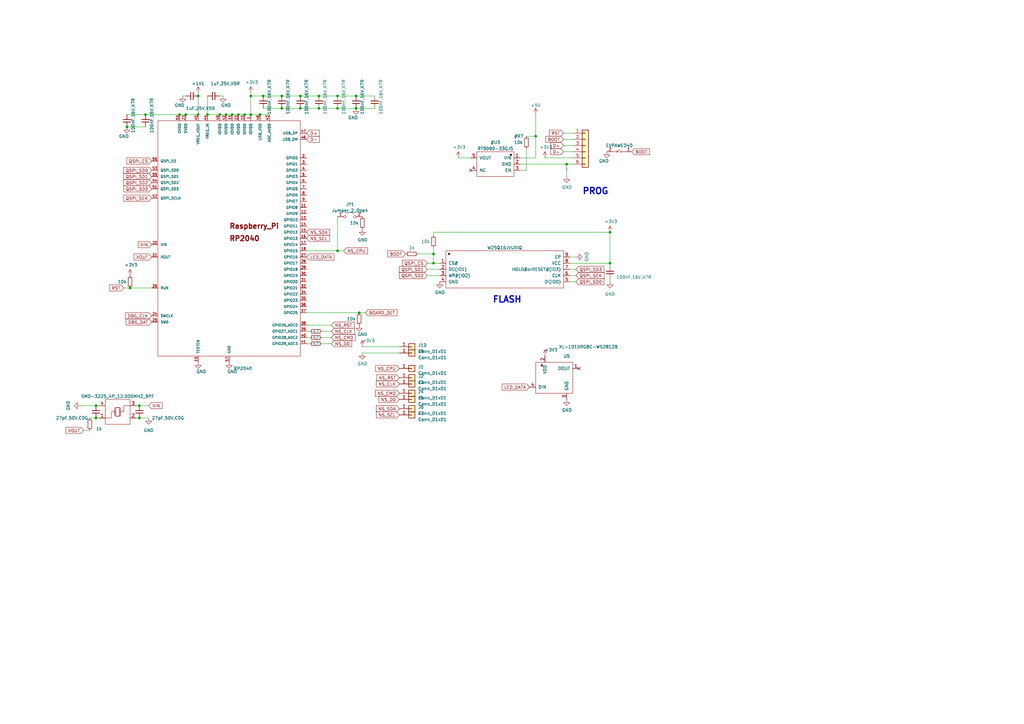
<source format=kicad_sch>
(kicad_sch (version 20230121) (generator eeschema)
  (paper "A3")
  (lib_symbols
    (symbol "Connector_Generic:Conn_01x01" (pin_names (offset 1.016) hide)
      (property "Reference" "J" (at 0 2.54 0))
      (property "Value" "Conn_01x01" (at 0 -2.54 0))
      (symbol "Conn_01x01_1_1"
        (rectangle (start -1.27 0.127) (end 0 -0.127) (stroke (width 0.1524)))
        (rectangle (start -1.27 1.27) (end 1.27 -1.27) (stroke (width 0.254)) (fill (type background)))
        (pin passive line (at -5.08 0 0) (length 3.81) (name "Pin_1") (number "1"))
      )
    )
    (symbol "Connector_Generic:Conn_01x06" (pin_names (offset 1.016) hide)
      (property "Reference" "J" (at 0 7.62 0))
      (property "Value" "Conn_01x06" (at 0 -10.16 0))
      (symbol "Conn_01x06_1_1"
        (rectangle (start -1.27 -7.493) (end 0 -7.747) (stroke (width 0.1524)))
        (rectangle (start -1.27 -4.953) (end 0 -5.207) (stroke (width 0.1524)))
        (rectangle (start -1.27 -2.413) (end 0 -2.667) (stroke (width 0.1524)))
        (rectangle (start -1.27 0.127) (end 0 -0.127) (stroke (width 0.1524)))
        (rectangle (start -1.27 2.667) (end 0 2.413) (stroke (width 0.1524)))
        (rectangle (start -1.27 5.207) (end 0 4.953) (stroke (width 0.1524)))
        (rectangle (start -1.27 6.35) (end 1.27 -8.89) (stroke (width 0.254)) (fill (type background)))
        (pin passive line (at -5.08 5.08 0) (length 3.81) (name "Pin_1") (number "1"))
        (pin passive line (at -5.08 2.54 0) (length 3.81) (name "Pin_2") (number "2"))
        (pin passive line (at -5.08 0 0) (length 3.81) (name "Pin_3") (number "3"))
        (pin passive line (at -5.08 -2.54 0) (length 3.81) (name "Pin_4") (number "4"))
        (pin passive line (at -5.08 -5.08 0) (length 3.81) (name "Pin_5") (number "5"))
        (pin passive line (at -5.08 -7.62 0) (length 3.81) (name "Pin_6") (number "6"))
      )
    )
    (symbol "Jumper:Jumper_2_Open" (pin_names (offset 0) hide)
      (property "Reference" "JP" (at 0 2.794 0))
      (property "Value" "Jumper_2_Open" (at 0 -2.286 0))
      (symbol "Jumper_2_Open_0_0"
        (circle (center -2.032 0) (radius 0.508))
        (circle (center 2.032 0) (radius 0.508))
      )
      (symbol "Jumper_2_Open_0_1"
        (arc (start 1.524 1.27) (mid 0 1.778) (end -1.524 1.27))
      )
      (symbol "Jumper_2_Open_1_1"
        (pin passive line (at -5.08 0 0) (length 2.54) (name "A") (number "1"))
        (pin passive line (at 5.08 0 180) (length 2.54) (name "B") (number "2"))
      )
    )
    (symbol "jlcpcb-basic-capacitor-0402:100nF,16V,X7R "
      (property "Reference" "C" (at 1.71 0.508 0))
      (property "Value" "100nF,16V,X7R " (at 1.71 -1.016 0))
      (symbol "100nF,16V,X7R _0_0"
        (polyline (pts (xy -1.524 -0.508) (xy 1.524 -0.508)) (stroke (width 0.3048)))
        (polyline (pts (xy -1.524 0.508) (xy 1.524 0.508)) (stroke (width 0.3048)))
        (pin passive line (at 0 2.54 270) (length 2.032) (name "~") (number "1"))
        (pin passive line (at 0 -2.54 90) (length 2.032) (name "~") (number "2"))
      )
    )
    (symbol "jlcpcb-basic-capacitor-0402:1uF,25V,X5R "
      (property "Reference" "C" (at 1.71 0.508 0))
      (property "Value" "1uF,25V,X5R " (at 1.71 -1.016 0))
      (symbol "1uF,25V,X5R _0_0"
        (polyline (pts (xy -1.524 -0.508) (xy 1.524 -0.508)) (stroke (width 0.3048)))
        (polyline (pts (xy -1.524 0.508) (xy 1.524 0.508)) (stroke (width 0.3048)))
        (pin passive line (at 0 2.54 270) (length 2.032) (name "~") (number "1"))
        (pin passive line (at 0 -2.54 90) (length 2.032) (name "~") (number "2"))
      )
    )
    (symbol "jlcpcb-basic-capacitor-0402:27pF,50V,C0G "
      (property "Reference" "C" (at 1.71 0.508 0))
      (property "Value" "27pF,50V,C0G " (at 1.71 -1.016 0))
      (symbol "27pF,50V,C0G _0_0"
        (polyline (pts (xy -1.524 -0.508) (xy 1.524 -0.508)) (stroke (width 0.3048)))
        (polyline (pts (xy -1.524 0.508) (xy 1.524 0.508)) (stroke (width 0.3048)))
        (pin passive line (at 0 2.54 270) (length 2.032) (name "~") (number "1"))
        (pin passive line (at 0 -2.54 90) (length 2.032) (name "~") (number "2"))
      )
    )
    (symbol "jlcpcb-basic-resistor-0402:10k"
      (property "Reference" "R" (at 0.762 0.508 0))
      (property "Value" "10k" (at 0.762 -1.016 0))
      (symbol "10k_0_0"
        (rectangle (start -0.762 1.778) (end 0.762 -1.778) (stroke (width 0.2032)))
        (pin passive line (at 0 2.54 270) (length 0.762) (name "~") (number "1"))
        (pin passive line (at 0 -2.54 90) (length 0.762) (name "~") (number "2"))
      )
    )
    (symbol "jlcpcb-basic-resistor-0402:1k"
      (property "Reference" "R" (at 0.762 0.508 0))
      (property "Value" "1k" (at 0.762 -1.016 0))
      (symbol "1k_0_0"
        (rectangle (start -0.762 1.778) (end 0.762 -1.778) (stroke (width 0.2032)))
        (pin passive line (at 0 2.54 270) (length 0.762) (name "~") (number "1"))
        (pin passive line (at 0 -2.54 90) (length 0.762) (name "~") (number "2"))
      )
    )
    (symbol "jlcpcb-basic-resistor-0402:47"
      (property "Reference" "R" (at 0.762 0.508 0))
      (property "Value" "47" (at 0.762 -1.016 0))
      (symbol "47_0_0"
        (rectangle (start -0.762 1.778) (end 0.762 -1.778) (stroke (width 0.2032)))
        (pin passive line (at 0 2.54 270) (length 0.762) (name "~") (number "1"))
        (pin passive line (at 0 -2.54 90) (length 0.762) (name "~") (number "2"))
      )
    )
    (symbol "kicad_lceda:EVPAWED40" (pin_names (offset 1.016) hide)
      (property "Reference" "SW" (at 0 5.207 0))
      (property "Value" "EVPAWED40" (at 0 10.287 0))
      (symbol "EVPAWED40_1_1"
        (circle (center -0.762 0) (radius 0.254) (stroke (width 0.1524)))
        (polyline (pts (xy -2.54 0) (xy -1.016 0)) (stroke (width 0.1524)))
        (polyline (pts (xy -0.508 0.762) (xy 1.016 0.254)) (stroke (width 0.1524)))
        (polyline (pts (xy 2.54 0) (xy 1.016 0) (xy 1.016 0)) (stroke (width 0.1524)))
        (circle (center 0.762 0) (radius 0.254) (stroke (width 0.1524)))
        (pin input line (at -5.08 0 0) (length 2.54) (name "1") (number "1"))
        (pin input line (at 5.08 0 180) (length 2.54) (name "2") (number "2"))
      )
    )
    (symbol "kicad_lceda:RP2040" (pin_names (offset 1.016))
      (property "Reference" "U" (at 0 56.388 0))
      (property "Value" "RP2040" (at 0 61.468 0))
      (symbol "RP2040_1_1"
        (rectangle (start -29.21 50.8) (end 29.21 -45.72) (stroke (width 0.1524)))
        (text "Raspberry_Pi" (at 0 7.62 0) (effects (font (size 2.0828 2.0828) bold) (justify left)))
        (text "RP2040" (at 0 2.54 0) (effects (font (size 2.0828 2.0828) bold) (justify left)))
        (pin bidirectional line (at 8.89 53.34 270) (length 2.54) (name "IOVDD") (number "1"))
        (pin bidirectional line (at 6.35 53.34 270) (length 2.54) (name "IOVDD") (number "10"))
        (pin bidirectional line (at 31.75 15.24 180) (length 2.54) (name "GPIO8") (number "11"))
        (pin bidirectional line (at 31.75 12.7 180) (length 2.54) (name "GPIO9") (number "12"))
        (pin bidirectional line (at 31.75 10.16 180) (length 2.54) (name "GPIO10") (number "13"))
        (pin bidirectional line (at 31.75 7.62 180) (length 2.54) (name "GPIO11") (number "14"))
        (pin bidirectional line (at 31.75 5.08 180) (length 2.54) (name "GPIO12") (number "15"))
        (pin bidirectional line (at 31.75 2.54 180) (length 2.54) (name "GPIO13") (number "16"))
        (pin bidirectional line (at 31.75 0 180) (length 2.54) (name "GPIO14") (number "17"))
        (pin bidirectional line (at 31.75 -2.54 180) (length 2.54) (name "GPIO15") (number "18"))
        (pin input line (at -12.7 -48.26 90) (length 2.54) (name "TESTEN") (number "19"))
        (pin bidirectional line (at 31.75 35.56 180) (length 2.54) (name "GPIO0") (number "2"))
        (pin input line (at -31.75 0 0) (length 2.54) (name "XIN") (number "20"))
        (pin input line (at -31.75 -5.08 0) (length 2.54) (name "XOUT") (number "21"))
        (pin bidirectional line (at 3.81 53.34 270) (length 2.54) (name "IOVDD") (number "22"))
        (pin bidirectional line (at -17.78 53.34 270) (length 2.54) (name "DVDD") (number "23"))
        (pin output line (at -31.75 -29.21 0) (length 2.54) (name "SWCLK") (number "24"))
        (pin bidirectional line (at -31.75 -31.75 0) (length 2.54) (name "SWD") (number "25"))
        (pin input line (at -31.75 -17.78 0) (length 2.54) (name "RUN") (number "26"))
        (pin bidirectional line (at 31.75 -5.08 180) (length 2.54) (name "GPIO16") (number "27"))
        (pin bidirectional line (at 31.75 -7.62 180) (length 2.54) (name "GPIO17") (number "28"))
        (pin bidirectional line (at 31.75 -10.16 180) (length 2.54) (name "GPIO18") (number "29"))
        (pin bidirectional line (at 31.75 33.02 180) (length 2.54) (name "GPIO1") (number "3"))
        (pin bidirectional line (at 31.75 -12.7 180) (length 2.54) (name "GPIO19") (number "30"))
        (pin bidirectional line (at 31.75 -15.24 180) (length 2.54) (name "GPIO20") (number "31"))
        (pin bidirectional line (at 31.75 -17.78 180) (length 2.54) (name "GPIO21") (number "32"))
        (pin bidirectional line (at 1.27 53.34 270) (length 2.54) (name "IOVDD") (number "33"))
        (pin bidirectional line (at 31.75 -20.32 180) (length 2.54) (name "GPIO22") (number "34"))
        (pin bidirectional line (at 31.75 -22.86 180) (length 2.54) (name "GPIO23") (number "35"))
        (pin bidirectional line (at 31.75 -25.4 180) (length 2.54) (name "GPIO24") (number "36"))
        (pin bidirectional line (at 31.75 -27.94 180) (length 2.54) (name "GPIO25") (number "37"))
        (pin bidirectional line (at 31.75 -33.02 180) (length 2.54) (name "GPIO26_ADC0") (number "38"))
        (pin bidirectional line (at 31.75 -35.56 180) (length 2.54) (name "GPIO27_ADC1") (number "39"))
        (pin bidirectional line (at 31.75 30.48 180) (length 2.54) (name "GPIO2") (number "4"))
        (pin bidirectional line (at 31.75 -38.1 180) (length 2.54) (name "GPIO28_ADC2") (number "40"))
        (pin bidirectional line (at 31.75 -40.64 180) (length 2.54) (name "GPIO29_ADC3") (number "41"))
        (pin bidirectional line (at -1.27 53.34 270) (length 2.54) (name "IOVDD") (number "42"))
        (pin bidirectional line (at 16.51 53.34 270) (length 2.54) (name "ADC_AVDD") (number "43"))
        (pin bidirectional line (at -8.89 53.34 270) (length 2.54) (name "VREG_IN") (number "44"))
        (pin bidirectional line (at -12.7 53.34 270) (length 2.54) (name "VREG_VOUT") (number "45"))
        (pin bidirectional line (at 31.75 43.18 180) (length 2.54) (name "USB_DM") (number "46"))
        (pin bidirectional line (at 31.75 45.72 180) (length 2.54) (name "USB_DP") (number "47"))
        (pin bidirectional line (at 12.7 53.34 270) (length 2.54) (name "USB_VDD") (number "48"))
        (pin bidirectional line (at -3.81 53.34 270) (length 2.54) (name "IOVDD") (number "49"))
        (pin bidirectional line (at 31.75 27.94 180) (length 2.54) (name "GPIO3") (number "5"))
        (pin bidirectional line (at -20.32 53.34 270) (length 2.54) (name "DVDD") (number "50"))
        (pin bidirectional line (at -31.75 22.86 0) (length 2.54) (name "QSPI_SD3") (number "51"))
        (pin output line (at -31.75 19.05 0) (length 2.54) (name "QSPI_SCLK") (number "52"))
        (pin bidirectional line (at -31.75 30.48 0) (length 2.54) (name "QSPI_SD0") (number "53"))
        (pin bidirectional line (at -31.75 25.4 0) (length 2.54) (name "QSPI_SD2") (number "54"))
        (pin bidirectional line (at -31.75 27.94 0) (length 2.54) (name "QSPI_SD1") (number "55"))
        (pin bidirectional line (at -31.75 34.29 0) (length 2.54) (name "QSPI_SS") (number "56"))
        (pin bidirectional line (at 0 -48.26 90) (length 2.54) (name "GND") (number "57"))
        (pin bidirectional line (at 31.75 25.4 180) (length 2.54) (name "GPIO4") (number "6"))
        (pin bidirectional line (at 31.75 22.86 180) (length 2.54) (name "GPIO5") (number "7"))
        (pin bidirectional line (at 31.75 20.32 180) (length 2.54) (name "GPIO6") (number "8"))
        (pin bidirectional line (at 31.75 17.78 180) (length 2.54) (name "GPIO7") (number "9"))
      )
    )
    (symbol "kicad_lceda:RT9080-33GJ5" (pin_names (offset 1.016))
      (property "Reference" "U" (at 0 7.6962 0))
      (property "Value" "RT9080-33GJ5" (at 0 12.7762 0))
      (symbol "RT9080-33GJ5_1_1"
        (rectangle (start -7.62 5.08) (end 7.62 -5.08) (stroke (width 0.1524)))
        (circle (center -6.35 3.81) (radius 0.381) (stroke (width 0.1524)) (fill (type outline)))
        (pin input line (at -10.16 2.54 0) (length 2.54) (name "VIN") (number "1"))
        (pin input line (at -10.16 0 0) (length 2.54) (name "GND") (number "2"))
        (pin input line (at -10.16 -2.54 0) (length 2.54) (name "EN") (number "3"))
        (pin input line (at 10.16 -2.54 180) (length 2.54) (name "NC") (number "4"))
        (pin input line (at 10.16 2.54 180) (length 2.54) (name "VOUT") (number "5"))
      )
    )
    (symbol "kicad_lceda:SMD-3225_4P_12.000MHZ_9PF" (pin_names (offset 1.016) hide)
      (property "Reference" "X" (at 0 7.747 0))
      (property "Value" "SMD-3225_4P_12.000MHZ_9PF" (at 0 12.827 0))
      (symbol "SMD-3225_4P_12.000MHZ_9PF_1_1"
        (rectangle (start -5.08 5.08) (end 5.08 -5.08) (stroke (width 0.1524)))
        (polyline (pts (xy -1.27 -1.778) (xy -1.27 1.778)) (stroke (width 0.1524)))
        (polyline (pts (xy -1.27 -1.016) (xy -1.27 1.016)) (stroke (width 0.1524)))
        (polyline (pts (xy 0.762 -1.778) (xy -0.762 -1.778)) (stroke (width 0.1524)))
        (polyline (pts (xy 1.27 -1.778) (xy 1.27 1.778)) (stroke (width 0.1524)))
        (polyline (pts (xy 1.27 -1.016) (xy 1.27 1.016)) (stroke (width 0.1524)))
        (polyline (pts (xy -5.08 -2.54) (xy -2.54 -2.54) (xy -2.54 0) (xy -1.524 0)) (stroke (width 0.1524)))
        (polyline (pts (xy -0.762 -1.778) (xy -0.762 1.778) (xy 0.762 1.778) (xy 0.762 -1.778)) (stroke (width 0.1524)))
        (polyline (pts (xy 5.08 2.54) (xy 2.54 2.54) (xy 2.54 0) (xy 1.524 0)) (stroke (width 0.1524)))
        (polyline (pts (xy 0.762 1.778) (xy 0.762 -1.778) (xy -0.762 -1.778) (xy -0.762 1.778) (xy 0.762 1.778)) (stroke (width 0.1524)))
        (pin input line (at -7.62 -2.54 0) (length 2.54) (name "OSC1") (number "1"))
        (pin input line (at 7.62 -2.54 180) (length 2.54) (name "2") (number "2"))
        (pin input line (at 7.62 2.54 180) (length 2.54) (name "OSC2") (number "3"))
        (pin input line (at -7.62 2.54 0) (length 2.54) (name "4") (number "4"))
      )
    )
    (symbol "kicad_lceda:W25Q16JVUXIQ" (pin_names (offset 1.016))
      (property "Reference" "U" (at 0 11.557 0))
      (property "Value" "W25Q16JVUXIQ" (at 0 16.637 0))
      (symbol "W25Q16JVUXIQ_1_1"
        (rectangle (start -24.13 8.89) (end 24.13 -6.35) (stroke (width 0.1524)))
        (circle (center -22.86 7.62) (radius 0.381) (stroke (width 0.1524)) (fill (type outline)))
        (pin input line (at -26.67 3.81 0) (length 2.54) (name "CS#") (number "1"))
        (pin input line (at -26.67 1.27 0) (length 2.54) (name "DO(IO1)") (number "2"))
        (pin input line (at -26.67 -1.27 0) (length 2.54) (name "WP#(IO2)") (number "3"))
        (pin input line (at -26.67 -3.81 0) (length 2.54) (name "GND") (number "4"))
        (pin input line (at 26.67 -3.81 180) (length 2.54) (name "DI(IO0)") (number "5"))
        (pin input line (at 26.67 -1.27 180) (length 2.54) (name "CLK") (number "6"))
        (pin input line (at 26.67 1.27 180) (length 2.54) (name "HOLD#orRESET#(IO3)") (number "7"))
        (pin input line (at 26.67 3.81 180) (length 2.54) (name "VCC") (number "8"))
        (pin input line (at 26.67 6.35 180) (length 2.54) (name "EP") (number "9"))
      )
    )
    (symbol "kicad_lceda:XL-1010RGBC-WS2812B" (pin_names (offset 1.016))
      (property "Reference" "U" (at 0 11.684 0))
      (property "Value" "XL-1010RGBC-WS2812B" (at 0 16.764 0))
      (symbol "XL-1010RGBC-WS2812B_1_1"
        (rectangle (start -7.62 6.35) (end 7.62 -6.35) (stroke (width 0.1524)))
        (circle (center -5.08 5.08) (radius 0.381) (stroke (width 0.1524)) (fill (type outline)))
        (pin input line (at 10.16 3.81 180) (length 2.54) (name "DOUT") (number "1"))
        (pin input line (at -3.81 8.89 270) (length 2.54) (name "VDD") (number "2"))
        (pin input line (at 5.08 -8.89 90) (length 2.54) (name "GND") (number "3"))
        (pin input line (at -10.16 -3.81 0) (length 2.54) (name "DIN") (number "4"))
      )
    )
    (symbol "power:+1V1" (power) (pin_names (offset 0))
      (property "Value" "+1V1" (at 0 3.556 0))
      (symbol "+1V1_0_1"
        (polyline (pts (xy -0.762 1.27) (xy 0 2.54)))
        (polyline (pts (xy 0 0) (xy 0 2.54)))
        (polyline (pts (xy 0 2.54) (xy 0.762 1.27)))
      )
      (symbol "+1V1_1_1"
        (pin power_in line (at 0 0 90) (length 0) hide (name "+1V1") (number "1"))
      )
    )
    (symbol "power:+3V3" (power) (pin_names (offset 0))
      (property "Value" "+3V3" (at 0 3.556 0))
      (symbol "+3V3_0_1"
        (polyline (pts (xy -0.762 1.27) (xy 0 2.54)))
        (polyline (pts (xy 0 0) (xy 0 2.54)))
        (polyline (pts (xy 0 2.54) (xy 0.762 1.27)))
      )
      (symbol "+3V3_1_1"
        (pin power_in line (at 0 0 90) (length 0) hide (name "+3V3") (number "1"))
      )
    )
    (symbol "power:+5V" (power) (pin_names (offset 0))
      (property "Value" "+5V" (at 0 3.556 0))
      (symbol "+5V_0_1"
        (polyline (pts (xy -0.762 1.27) (xy 0 2.54)))
        (polyline (pts (xy 0 0) (xy 0 2.54)))
        (polyline (pts (xy 0 2.54) (xy 0.762 1.27)))
      )
      (symbol "+5V_1_1"
        (pin power_in line (at 0 0 90) (length 0) hide (name "+5V") (number "1"))
      )
    )
    (symbol "power:GND" (power) (pin_names (offset 0))
      (property "Value" "GND" (at 0 -3.81 0))
      (symbol "GND_0_1"
        (polyline (pts (xy 0 0) (xy 0 -1.27) (xy 1.27 -1.27) (xy 0 -2.54) (xy -1.27 -1.27) (xy 0 -1.27)))
      )
      (symbol "GND_1_1"
        (pin power_in line (at 0 0 270) (length 0) hide (name "GND") (number "1"))
      )
    )
  )
  (junction (at 107.95 39.37))
  (junction (at 130.81 39.37))
  (junction (at 57.15 166.37))
  (junction (at 138.43 44.45))
  (junction (at 147.32 128.27))
  (junction (at 106.68 46.99))
  (junction (at 76.2 46.99))
  (junction (at 59.69 46.99))
  (junction (at 52.07 52.07))
  (junction (at 115.57 39.37))
  (junction (at 123.19 39.37))
  (junction (at 39.37 166.37))
  (junction (at 250.19 107.95))
  (junction (at 102.87 46.99))
  (junction (at 90.17 46.99))
  (junction (at 138.43 102.87))
  (junction (at 81.28 46.99))
  (junction (at 57.15 171.45))
  (junction (at 115.57 44.45))
  (junction (at 81.28 39.37))
  (junction (at 219.71 55.88))
  (junction (at 92.71 46.99))
  (junction (at 138.43 39.37))
  (junction (at 97.79 46.99))
  (junction (at 250.19 95.25))
  (junction (at 73.66 46.99))
  (junction (at 53.34 118.11))
  (junction (at 146.05 44.45))
  (junction (at 177.8 104.14))
  (junction (at 85.09 46.99))
  (junction (at 123.19 44.45))
  (junction (at 177.8 107.95))
  (junction (at 130.81 44.45))
  (junction (at 232.41 67.31))
  (junction (at 39.37 171.45))
  (junction (at 102.87 39.37))
  (junction (at 100.33 46.99))
  (junction (at 95.25 46.99))
  (junction (at 146.05 39.37))
  (no_connect (at 237.49 151.13))
  (no_connect (at 193.04 69.85))
  (wire (pts (xy 85.09 46.99) (xy 90.17 46.99)))
  (wire (pts (xy 148.59 142.24) (xy 163.83 142.24)))
  (wire (pts (xy 234.95 62.23) (xy 231.14 62.23)))
  (wire (pts (xy 107.95 39.37) (xy 115.57 39.37)))
  (wire (pts (xy 102.87 46.99) (xy 106.68 46.99)))
  (wire (pts (xy 135.89 133.35) (xy 125.73 133.35)))
  (wire (pts (xy 60.96 166.37) (xy 57.15 166.37)))
  (wire (pts (xy 102.87 38.1) (xy 102.87 39.37)))
  (wire (pts (xy 59.69 46.99) (xy 73.66 46.99)))
  (wire (pts (xy 91.44 39.37) (xy 90.17 39.37)))
  (wire (pts (xy 50.8 118.11) (xy 53.34 118.11)))
  (wire (pts (xy 73.66 46.99) (xy 76.2 46.99)))
  (wire (pts (xy 97.79 46.99) (xy 100.33 46.99)))
  (wire (pts (xy 171.45 104.14) (xy 177.8 104.14)))
  (wire (pts (xy 177.8 95.25) (xy 250.19 95.25)))
  (wire (pts (xy 130.81 44.45) (xy 138.43 44.45)))
  (wire (pts (xy 223.52 64.77) (xy 234.95 64.77)))
  (wire (pts (xy 90.17 46.99) (xy 92.71 46.99)))
  (wire (pts (xy 146.05 39.37) (xy 153.67 39.37)))
  (wire (pts (xy 52.07 46.99) (xy 59.69 46.99)))
  (wire (pts (xy 81.28 38.1) (xy 81.28 39.37)))
  (wire (pts (xy 57.15 171.45) (xy 55.88 171.45)))
  (wire (pts (xy 85.09 39.37) (xy 85.09 46.99)))
  (wire (pts (xy 125.73 128.27) (xy 147.32 128.27)))
  (wire (pts (xy 39.37 166.37) (xy 40.64 166.37)))
  (polyline (pts (xy 232.41 69.85) (xy 232.41 68.58)))
  (wire (pts (xy 135.89 140.97) (xy 132.08 140.97)))
  (wire (pts (xy 76.2 46.99) (xy 81.28 46.99)))
  (wire (pts (xy 60.96 171.45) (xy 57.15 171.45)))
  (wire (pts (xy 213.36 64.77) (xy 219.71 64.77)))
  (wire (pts (xy 219.71 46.99) (xy 219.71 55.88)))
  (wire (pts (xy 149.86 128.27) (xy 147.32 128.27)))
  (wire (pts (xy 127 140.97) (xy 125.73 140.97)))
  (wire (pts (xy 135.89 135.89) (xy 132.08 135.89)))
  (wire (pts (xy 102.87 39.37) (xy 107.95 39.37)))
  (wire (pts (xy 148.59 144.78) (xy 163.83 144.78)))
  (wire (pts (xy 215.9 60.96) (xy 215.9 69.85)))
  (wire (pts (xy 250.19 95.25) (xy 250.19 107.95)))
  (wire (pts (xy 175.26 107.95) (xy 177.8 107.95)))
  (wire (pts (xy 233.68 107.95) (xy 250.19 107.95)))
  (wire (pts (xy 115.57 44.45) (xy 123.19 44.45)))
  (wire (pts (xy 115.57 39.37) (xy 123.19 39.37)))
  (wire (pts (xy 36.83 171.45) (xy 39.37 171.45)))
  (wire (pts (xy 57.15 166.37) (xy 55.88 166.37)))
  (wire (pts (xy 106.68 46.99) (xy 110.49 46.99)))
  (wire (pts (xy 236.22 105.41) (xy 233.68 105.41)))
  (wire (pts (xy 92.71 46.99) (xy 95.25 46.99)))
  (wire (pts (xy 52.07 52.07) (xy 59.69 52.07)))
  (wire (pts (xy 213.36 67.31) (xy 232.41 67.31)))
  (wire (pts (xy 81.28 39.37) (xy 81.28 46.99)))
  (wire (pts (xy 236.22 110.49) (xy 233.68 110.49)))
  (wire (pts (xy 234.95 57.15) (xy 231.14 57.15)))
  (wire (pts (xy 177.8 104.14) (xy 177.8 107.95)))
  (wire (pts (xy 215.9 69.85) (xy 213.36 69.85)))
  (wire (pts (xy 250.19 109.22) (xy 250.19 107.95)))
  (wire (pts (xy 187.96 64.77) (xy 193.04 64.77)))
  (wire (pts (xy 74.93 39.37) (xy 76.2 39.37)))
  (wire (pts (xy 234.95 59.69) (xy 231.14 59.69)))
  (wire (pts (xy 135.89 138.43) (xy 132.08 138.43)))
  (wire (pts (xy 232.41 72.39) (xy 232.41 67.31)))
  (wire (pts (xy 236.22 115.57) (xy 233.68 115.57)))
  (wire (pts (xy 234.95 54.61) (xy 231.14 54.61)))
  (wire (pts (xy 250.19 114.3) (xy 250.19 115.57)))
  (wire (pts (xy 127 135.89) (xy 125.73 135.89)))
  (wire (pts (xy 123.19 39.37) (xy 130.81 39.37)))
  (wire (pts (xy 39.37 171.45) (xy 40.64 171.45)))
  (wire (pts (xy 215.9 55.88) (xy 219.71 55.88)))
  (wire (pts (xy 138.43 88.9) (xy 138.43 102.87)))
  (wire (pts (xy 175.26 113.03) (xy 180.34 113.03)))
  (wire (pts (xy 33.02 166.37) (xy 39.37 166.37)))
  (wire (pts (xy 175.26 110.49) (xy 180.34 110.49)))
  (wire (pts (xy 146.05 44.45) (xy 153.67 44.45)))
  (wire (pts (xy 123.19 44.45) (xy 130.81 44.45)))
  (wire (pts (xy 53.34 118.11) (xy 62.23 118.11)))
  (wire (pts (xy 138.43 44.45) (xy 146.05 44.45)))
  (wire (pts (xy 95.25 46.99) (xy 97.79 46.99)))
  (wire (pts (xy 130.81 39.37) (xy 138.43 39.37)))
  (wire (pts (xy 236.22 113.03) (xy 233.68 113.03)))
  (wire (pts (xy 138.43 39.37) (xy 146.05 39.37)))
  (wire (pts (xy 177.8 101.6) (xy 177.8 104.14)))
  (wire (pts (xy 219.71 55.88) (xy 219.71 64.77)))
  (wire (pts (xy 177.8 95.25) (xy 177.8 96.52)))
  (wire (pts (xy 234.95 67.31) (xy 232.41 67.31)))
  (wire (pts (xy 138.43 102.87) (xy 125.73 102.87)))
  (wire (pts (xy 107.95 44.45) (xy 115.57 44.45)))
  (wire (pts (xy 177.8 107.95) (xy 180.34 107.95)))
  (wire (pts (xy 100.33 46.99) (xy 102.87 46.99)))
  (wire (pts (xy 102.87 39.37) (xy 102.87 46.99)))
  (wire (pts (xy 127 138.43) (xy 125.73 138.43)))
  (wire (pts (xy 140.97 102.87) (xy 138.43 102.87)))
  (wire (pts (xy 34.29 176.53) (xy 36.83 176.53)))
  (text "PROG" (at 238.76 80.01 0) (effects (font (size 2.54 2.54) (thickness 0.508) bold) (justify left bottom)))
  (text "FLASH" (at 201.93 124.46 0) (effects (font (size 2.54 2.54) (thickness 0.508) bold) (justify left bottom)))
  (global_label "NS_D0" (shape input) (at 163.83 163.83 180) (property "Intersheetrefs" "${INTERSHEET_REFS}" (effects hide)))
  (global_label "NS_CMD" (shape input) (at 163.83 161.29 180) (property "Intersheetrefs" "${INTERSHEET_REFS}" (effects hide)))
  (global_label "NS_CMD" (shape input) (at 135.89 138.43 0) (property "Intersheetrefs" "${INTERSHEET_REFS}" (effects hide)))
  (global_label "DBG_DAT" (shape input) (at 62.23 132.08 180) (property "Intersheetrefs" "${INTERSHEET_REFS}" (effects hide)))
  (global_label "DBG_CLK" (shape input) (at 62.23 129.54 180) (property "Intersheetrefs" "${INTERSHEET_REFS}" (effects hide)))
  (global_label "QSPI_SD0" (shape input) (at 62.23 69.85 180) (property "Intersheetrefs" "${INTERSHEET_REFS}" (effects hide)))
  (global_label "NS_CLK" (shape input) (at 135.89 135.89 0) (property "Intersheetrefs" "${INTERSHEET_REFS}" (effects hide)))
  (global_label "QSPI_CS" (shape input) (at 175.26 107.95 180) (property "Intersheetrefs" "${INTERSHEET_REFS}" (effects hide)))
  (global_label "NS_SCL" (shape input) (at 125.73 97.79 0) (property "Intersheetrefs" "${INTERSHEET_REFS}" (effects hide)))
  (global_label "QSPI_SD2" (shape input) (at 175.26 113.03 180) (property "Intersheetrefs" "${INTERSHEET_REFS}" (effects hide)))
  (global_label "XOUT" (shape input) (at 34.29 176.53 180) (property "Intersheetrefs" "${INTERSHEET_REFS}" (effects hide)))
  (global_label "NS_SDA" (shape input) (at 163.83 167.64 180) (property "Intersheetrefs" "${INTERSHEET_REFS}" (effects hide)))
  (global_label "D+" (shape input) (at 125.73 54.61 0) (property "Intersheetrefs" "${INTERSHEET_REFS}" (effects hide)))
  (global_label "RST" (shape input) (at 50.8 118.11 180) (property "Intersheetrefs" "${INTERSHEET_REFS}" (effects hide)))
  (global_label "NS_CPU" (shape input) (at 163.83 151.13 180) (property "Intersheetrefs" "${INTERSHEET_REFS}" (effects hide)))
  (global_label "QSPI_SD0" (shape input) (at 236.22 115.57 0) (property "Intersheetrefs" "${INTERSHEET_REFS}" (effects hide)))
  (global_label "NS_RST" (shape input) (at 135.89 133.35 0) (property "Intersheetrefs" "${INTERSHEET_REFS}" (effects hide)))
  (global_label "QSPI_SD1" (shape input) (at 62.23 72.39 180) (property "Intersheetrefs" "${INTERSHEET_REFS}" (effects hide)))
  (global_label "QSPI_SD3" (shape input) (at 62.23 77.47 180) (property "Intersheetrefs" "${INTERSHEET_REFS}" (effects hide)))
  (global_label "D-" (shape input) (at 125.73 57.15 0) (property "Intersheetrefs" "${INTERSHEET_REFS}" (effects hide)))
  (global_label "QSPI_SD2" (shape input) (at 62.23 74.93 180) (property "Intersheetrefs" "${INTERSHEET_REFS}" (effects hide)))
  (global_label "QSPI_SCK" (shape input) (at 62.23 81.28 180) (property "Intersheetrefs" "${INTERSHEET_REFS}" (effects hide)))
  (global_label "QSPI_SD3" (shape input) (at 236.22 110.49 0) (property "Intersheetrefs" "${INTERSHEET_REFS}" (effects hide)))
  (global_label "NS_RST" (shape input) (at 163.83 154.94 180) (property "Intersheetrefs" "${INTERSHEET_REFS}" (effects hide)))
  (global_label "QSPI_SD1" (shape input) (at 175.26 110.49 180) (property "Intersheetrefs" "${INTERSHEET_REFS}" (effects hide)))
  (global_label "BOARD_DET" (shape input) (at 149.86 128.27 0) (property "Intersheetrefs" "${INTERSHEET_REFS}" (effects hide)))
  (global_label "LED_DATA" (shape input) (at 217.17 158.75 180) (property "Intersheetrefs" "${INTERSHEET_REFS}" (effects hide)))
  (global_label "NS_SCL" (shape input) (at 163.83 170.18 180) (property "Intersheetrefs" "${INTERSHEET_REFS}" (effects hide)))
  (global_label "BOOT" (shape input) (at 231.14 57.15 180) (property "Intersheetrefs" "${INTERSHEET_REFS}" (effects hide)))
  (global_label "BOOT" (shape input) (at 166.37 104.14 180) (property "Intersheetrefs" "${INTERSHEET_REFS}" (effects hide)))
  (global_label "LED_DATA" (shape input) (at 125.73 105.41 0) (property "Intersheetrefs" "${INTERSHEET_REFS}" (effects hide)))
  (global_label "QSPI_CS" (shape input) (at 62.23 66.04 180) (property "Intersheetrefs" "${INTERSHEET_REFS}" (effects hide)))
  (global_label "RST" (shape input) (at 231.14 54.61 180) (property "Intersheetrefs" "${INTERSHEET_REFS}" (effects hide)))
  (global_label "XIN" (shape input) (at 62.23 100.33 180) (property "Intersheetrefs" "${INTERSHEET_REFS}" (effects hide)))
  (global_label "NS_SDA" (shape input) (at 125.73 95.25 0) (property "Intersheetrefs" "${INTERSHEET_REFS}" (effects hide)))
  (global_label "NS_D0" (shape input) (at 135.89 140.97 0) (property "Intersheetrefs" "${INTERSHEET_REFS}" (effects hide)))
  (global_label "XIN" (shape input) (at 60.96 166.37 0) (property "Intersheetrefs" "${INTERSHEET_REFS}" (effects hide)))
  (global_label "D+" (shape input) (at 231.14 59.69 180) (property "Intersheetrefs" "${INTERSHEET_REFS}" (effects hide)))
  (global_label "D-" (shape input) (at 231.14 62.23 180) (property "Intersheetrefs" "${INTERSHEET_REFS}" (effects hide)))
  (global_label "XOUT" (shape input) (at 62.23 105.41 180) (property "Intersheetrefs" "${INTERSHEET_REFS}" (effects hide)))
  (global_label "QSPI_SCK" (shape input) (at 236.22 113.03 0) (property "Intersheetrefs" "${INTERSHEET_REFS}" (effects hide)))
  (global_label "NS_CPU" (shape input) (at 140.97 102.87 0) (property "Intersheetrefs" "${INTERSHEET_REFS}" (effects hide)))
  (global_label "NS_CLK" (shape input) (at 163.83 157.48 180) (property "Intersheetrefs" "${INTERSHEET_REFS}" (effects hide)))
  (global_label "BOOT" (shape input) (at 259.08 62.23 0) (property "Intersheetrefs" "${INTERSHEET_REFS}" (effects hide)))
  (symbol (lib_id "jlcpcb-basic-resistor-0402:47") (at 129.54 135.89 90) (unit 1)
    (property "Reference" "R9" (effects hide))
    (property "Value" "47" (at 129.54 135.89 90))
    (property "Footprint" "R_0402_1005Metric" (effects hide))
    (property "Datasheet" "https://datasheet.lcsc.com/lcsc/2110252230_UNI-ROYAL-Uniroyal-Elec-0402WGF470JTCE_C25118.pdf" (effects hide))
    (property "LCSC" "C25118" (effects hide))
    (property "MFG" "UNI-ROYAL(Uniroyal Elec)" (effects hide))
    (property "MFGPN" "0402WGF470JTCE" (effects hide))
  )
  (symbol (lib_id "jlcpcb-basic-capacitor-0402:100nF,16V,X7R ") (at 52.07 49.53 0) (unit 1)
    (property "Reference" "C2" (effects hide))
    (property "Value" "100nF,16V,X7R " (at 54.61 54.61 90) (effects (justify left)))
    (property "Footprint" "C_0402_1005Metric" (effects hide))
    (property "Datasheet" "https://datasheet.lcsc.com/lcsc/1810191219_Samsung-Electro-Mechanics-CL05B104KO5NNNC_C1525.pdf" (effects hide))
    (property "LCSC" "C1525" (effects hide))
    (property "MFG" "Samsung Electro-Mechanics" (effects hide))
    (property "MFGPN" "CL05B104KO5NNNC" (effects hide))
  )
  (symbol (lib_id "jlcpcb-basic-capacitor-0402:100nF,16V,X7R ") (at 59.69 49.53 0) (unit 1)
    (property "Reference" "C4" (effects hide))
    (property "Value" "100nF,16V,X7R " (at 62.23 54.61 90) (effects (justify left)))
    (property "Footprint" "C_0402_1005Metric" (effects hide))
    (property "Datasheet" "https://datasheet.lcsc.com/lcsc/1810191219_Samsung-Electro-Mechanics-CL05B104KO5NNNC_C1525.pdf" (effects hide))
    (property "LCSC" "C1525" (effects hide))
    (property "MFG" "Samsung Electro-Mechanics" (effects hide))
    (property "MFGPN" "CL05B104KO5NNNC" (effects hide))
  )
  (symbol (lib_id "kicad_lceda:RP2040") (at 93.98 100.33 0) (unit 1)
    (property "Reference" "U1" (effects hide))
    (property "Value" "RP2040" (at 95.8216 151.13 0) (effects (justify left)))
    (property "Footprint" "kicad_lceda:LQFN-56_L7.0-W7.0-P0.4-EP" (effects hide))
    (property "SuppliersPartNumber" "C2040" (effects hide))
    (property "uuid" "std:c2754a5dac404cb1b757213b56759c67" (effects hide))
    (property "LCSC" "C2040" (effects hide))
  )
  (symbol (lib_id "power:GND") (at 74.93 39.37 0) (unit 1)
    (property "Reference" "#PWR05" (effects hide))
    (property "Value" "GND" (at 73.66 43.18 0))
  )
  (symbol (lib_id "power:+5V") (at 219.71 46.99 0) (unit 1)
    (property "Reference" "#PWR016" (effects hide))
    (property "Value" "+5V" (at 219.71 43.18 0))
  )
  (symbol (lib_id "jlcpcb-basic-resistor-0402:1k") (at 168.91 104.14 90) (unit 1)
    (property "Reference" "R5" (effects hide))
    (property "Value" "1k" (at 168.91 101.6 90))
    (property "Footprint" "R_0402_1005Metric" (effects hide))
    (property "Datasheet" "https://datasheet.lcsc.com/lcsc/2110251730_UNI-ROYAL-Uniroyal-Elec-0402WGF1001TCE_C11702.pdf" (effects hide))
    (property "LCSC" "C11702" (effects hide))
    (property "MFG" "UNI-ROYAL(Uniroyal Elec)" (effects hide))
    (property "MFGPN" "0402WGF1001TCE" (effects hide))
  )
  (symbol (lib_id "kicad_lceda:EVPAWED40") (at 254 62.23 0) (mirror y) (unit 1)
    (property "Reference" "SW1" (effects hide))
    (property "Value" "EVPAWED40" (at 254 59.69 0))
    (property "Footprint" "kicad_lceda:KEY-SMD_L3.0-W2.0-LS3.5" (effects hide))
    (property "SuppliersPartNumber" "C2858607" (effects hide))
    (property "uuid" "std:b3d2281db68646f2b0685a65c68733f5" (effects hide))
    (property "LCSC" "C2858607" (effects hide))
  )
  (symbol (lib_id "power:GND") (at 250.19 115.57 0) (unit 1)
    (property "Reference" "#PWR020" (effects hide))
    (property "Value" "GND" (at 250.19 120.65 0))
  )
  (symbol (lib_id "jlcpcb-basic-resistor-0402:10k") (at 177.8 99.06 0) (unit 1)
    (property "Reference" "R6" (effects hide))
    (property "Value" "10k" (at 172.72 99.06 0) (effects (justify left)))
    (property "Footprint" "R_0402_1005Metric" (effects hide))
    (property "Datasheet" "https://datasheet.lcsc.com/lcsc/2110260030_UNI-ROYAL-Uniroyal-Elec-0402WGF1002TCE_C25744.pdf" (effects hide))
    (property "LCSC" "C25744" (effects hide))
    (property "MFG" "UNI-ROYAL(Uniroyal Elec)" (effects hide))
    (property "MFGPN" "0402WGF1002TCE" (effects hide))
  )
  (symbol (lib_id "Connector_Generic:Conn_01x01") (at 168.91 157.48 0) (unit 1)
    (property "Reference" "J3" (at 171.45 156.845 0) (effects (justify left)))
    (property "Value" "Conn_01x01" (at 171.45 159.385 0) (effects (justify left)))
    (property "Footprint" "kicad_lceda:TH_Pads_1x1_P1.20mml" (effects hide))
  )
  (symbol (lib_id "Connector_Generic:Conn_01x01") (at 168.91 142.24 0) (unit 1)
    (property "Reference" "J10" (at 171.45 141.605 0) (effects (justify left)))
    (property "Value" "Conn_01x01" (at 171.45 144.145 0) (effects (justify left)))
    (property "Footprint" "kicad_lceda:TH_Pads_1x1_P1.20mml" (effects hide))
  )
  (symbol (lib_id "jlcpcb-basic-resistor-0402:10k") (at 53.34 115.57 0) (unit 1)
    (property "Reference" "R2" (effects hide))
    (property "Value" "10k" (at 48.26 115.57 0) (effects (justify left)))
    (property "Footprint" "R_0402_1005Metric" (effects hide))
    (property "Datasheet" "https://datasheet.lcsc.com/lcsc/2110260030_UNI-ROYAL-Uniroyal-Elec-0402WGF1002TCE_C25744.pdf" (effects hide))
    (property "LCSC" "C25744" (effects hide))
    (property "MFG" "UNI-ROYAL(Uniroyal Elec)" (effects hide))
    (property "MFGPN" "0402WGF1002TCE" (effects hide))
  )
  (symbol (lib_id "jlcpcb-basic-resistor-0402:47") (at 129.54 138.43 90) (unit 1)
    (property "Reference" "R10" (effects hide))
    (property "Value" "47" (at 129.54 138.43 90))
    (property "Footprint" "R_0402_1005Metric" (effects hide))
    (property "Datasheet" "https://datasheet.lcsc.com/lcsc/2110252230_UNI-ROYAL-Uniroyal-Elec-0402WGF470JTCE_C25118.pdf" (effects hide))
    (property "LCSC" "C25118" (effects hide))
    (property "MFG" "UNI-ROYAL(Uniroyal Elec)" (effects hide))
    (property "MFGPN" "0402WGF470JTCE" (effects hide))
  )
  (symbol (lib_id "power:+3V3") (at 53.34 113.03 0) (unit 1)
    (property "Reference" "#PWR03" (effects hide))
    (property "Value" "+3V3" (at 53.721 108.6358 0))
  )
  (symbol (lib_id "power:GND") (at 180.34 115.57 0) (unit 1)
    (property "Reference" "#PWR015" (effects hide))
    (property "Value" "GND" (at 180.467 119.9642 0))
  )
  (symbol (lib_id "power:GND") (at 52.07 52.07 0) (unit 1)
    (property "Reference" "#PWR02" (effects hide))
    (property "Value" "GND" (at 50.8 55.88 0))
  )
  (symbol (lib_id "power:+3V3") (at 148.59 142.24 0) (unit 1)
    (property "Reference" "#PWR012" (effects hide))
    (property "Value" "+3V3" (at 151.13 139.7 0))
  )
  (symbol (lib_id "kicad_lceda:W25Q16JVUXIQ") (at 207.01 111.76 0) (unit 1)
    (property "Reference" "U2" (effects hide))
    (property "Value" "W25Q16JVUXIQ" (at 207.01 101.6 0))
    (property "Footprint" "kicad_lceda:USON-8_L3.0-W2.0-P0.50-BL-EP" (effects hide))
    (property "SuppliersPartNumber" "C2843335" (effects hide))
    (property "uuid" "std:66ae94394ed740d3b0137599308f54a6" (effects hide))
    (property "LCSC" "C2843335" (effects hide))
  )
  (symbol (lib_id "jlcpcb-basic-capacitor-0402:100nF,16V,X7R ") (at 138.43 41.91 0) (unit 1)
    (property "Reference" "C11" (effects hide))
    (property "Value" "100nF,16V,X7R " (at 140.97 46.99 90) (effects (justify left)))
    (property "Footprint" "C_0402_1005Metric" (effects hide))
    (property "Datasheet" "https://datasheet.lcsc.com/lcsc/1810191219_Samsung-Electro-Mechanics-CL05B104KO5NNNC_C1525.pdf" (effects hide))
    (property "LCSC" "C1525" (effects hide))
    (property "MFG" "Samsung Electro-Mechanics" (effects hide))
    (property "MFGPN" "CL05B104KO5NNNC" (effects hide))
  )
  (symbol (lib_id "Connector_Generic:Conn_01x01") (at 168.91 151.13 0) (unit 1)
    (property "Reference" "J1" (at 171.45 150.495 0) (effects (justify left)))
    (property "Value" "Conn_01x01" (at 171.45 153.035 0) (effects (justify left)))
    (property "Footprint" "kicad_lceda:TH_Pads_1x1_P1.20mml" (effects hide))
  )
  (symbol (lib_id "jlcpcb-basic-capacitor-0402:100nF,16V,X7R ") (at 115.57 41.91 0) (unit 1)
    (property "Reference" "C8" (effects hide))
    (property "Value" "100nF,16V,X7R " (at 118.11 46.99 90) (effects (justify left)))
    (property "Footprint" "C_0402_1005Metric" (effects hide))
    (property "Datasheet" "https://datasheet.lcsc.com/lcsc/1810191219_Samsung-Electro-Mechanics-CL05B104KO5NNNC_C1525.pdf" (effects hide))
    (property "LCSC" "C1525" (effects hide))
    (property "MFG" "Samsung Electro-Mechanics" (effects hide))
    (property "MFGPN" "CL05B104KO5NNNC" (effects hide))
  )
  (symbol (lib_id "power:GND") (at 147.32 133.35 0) (unit 1)
    (property "Reference" "#PWR025" (effects hide))
    (property "Value" "GND" (at 148.59 137.16 0))
  )
  (symbol (lib_id "power:+3V3") (at 102.87 38.1 0) (unit 1)
    (property "Reference" "#PWR010" (effects hide))
    (property "Value" "+3V3" (at 103.251 33.7058 0))
  )
  (symbol (lib_id "jlcpcb-basic-resistor-0402:10k") (at 148.59 91.44 0) (unit 1)
    (property "Reference" "R12" (effects hide))
    (property "Value" "10k" (at 143.51 91.44 0) (effects (justify left)))
    (property "Footprint" "R_0402_1005Metric" (effects hide))
    (property "Datasheet" "https://datasheet.lcsc.com/lcsc/2110260030_UNI-ROYAL-Uniroyal-Elec-0402WGF1002TCE_C25744.pdf" (effects hide))
    (property "LCSC" "C25744" (effects hide))
    (property "MFG" "UNI-ROYAL(Uniroyal Elec)" (effects hide))
    (property "MFGPN" "0402WGF1002TCE" (effects hide))
  )
  (symbol (lib_id "power:+3V3") (at 250.19 95.25 0) (unit 1)
    (property "Reference" "#PWR019" (effects hide))
    (property "Value" "+3V3" (at 250.571 90.8558 0))
  )
  (symbol (lib_id "power:GND") (at 60.96 171.45 0) (unit 1)
    (property "Reference" "#PWR04" (effects hide))
    (property "Value" "GND" (at 60.96 176.53 0))
  )
  (symbol (lib_id "power:+3V3") (at 187.96 64.77 0) (unit 1)
    (property "Reference" "#PWR021" (effects hide))
    (property "Value" "+3V3" (at 188.341 60.3758 0))
  )
  (symbol (lib_id "power:GND") (at 93.98 148.59 0) (unit 1)
    (property "Reference" "#PWR09" (effects hide))
    (property "Value" "GND" (at 95.25 152.4 0))
  )
  (symbol (lib_id "Jumper:Jumper_2_Open") (at 143.51 88.9 0) (unit 1)
    (property "Reference" "JP1" (at 143.51 83.82 0))
    (property "Value" "Jumper_2_Open" (at 143.51 86.36 0))
    (property "Footprint" "kicad_lceda:SolderJumper-2_P1.3mm_Open_TrianglePad1.0x1.5mm_Sm" (effects hide))
  )
  (symbol (lib_id "jlcpcb-basic-capacitor-0402:100nF,16V,X7R ") (at 107.95 41.91 0) (unit 1)
    (property "Reference" "C7" (effects hide))
    (property "Value" "100nF,16V,X7R " (at 110.49 46.99 90) (effects (justify left)))
    (property "Footprint" "C_0402_1005Metric" (effects hide))
    (property "Datasheet" "https://datasheet.lcsc.com/lcsc/1810191219_Samsung-Electro-Mechanics-CL05B104KO5NNNC_C1525.pdf" (effects hide))
    (property "LCSC" "C1525" (effects hide))
    (property "MFG" "Samsung Electro-Mechanics" (effects hide))
    (property "MFGPN" "CL05B104KO5NNNC" (effects hide))
  )
  (symbol (lib_id "Connector_Generic:Conn_01x06") (at 240.03 59.69 0) (unit 1)
    (property "Reference" "J8" (effects hide))
    (property "Value" "Conn_01x06" (effects hide))
    (property "Footprint" "kicad_lceda:ProgPins_1x06_P1.27mm" (effects hide))
  )
  (symbol (lib_id "power:GND") (at 91.44 39.37 0) (unit 1)
    (property "Reference" "#PWR08" (effects hide))
    (property "Value" "GND" (at 92.71 43.18 0))
  )
  (symbol (lib_id "Connector_Generic:Conn_01x01") (at 168.91 144.78 0) (unit 1)
    (property "Reference" "J9" (at 171.45 144.145 0) (effects (justify left)))
    (property "Value" "Conn_01x01" (at 171.45 146.685 0) (effects (justify left)))
    (property "Footprint" "kicad_lceda:TH_Pads_1x1_P1.20mml" (effects hide))
  )
  (symbol (lib_id "jlcpcb-basic-capacitor-0402:100nF,16V,X7R ") (at 146.05 41.91 0) (unit 1)
    (property "Reference" "C12" (effects hide))
    (property "Value" "100nF,16V,X7R " (at 148.59 46.99 90) (effects (justify left)))
    (property "Footprint" "C_0402_1005Metric" (effects hide))
    (property "Datasheet" "https://datasheet.lcsc.com/lcsc/1810191219_Samsung-Electro-Mechanics-CL05B104KO5NNNC_C1525.pdf" (effects hide))
    (property "LCSC" "C1525" (effects hide))
    (property "MFG" "Samsung Electro-Mechanics" (effects hide))
    (property "MFGPN" "CL05B104KO5NNNC" (effects hide))
  )
  (symbol (lib_id "Connector_Generic:Conn_01x01") (at 168.91 170.18 0) (unit 1)
    (property "Reference" "J7" (at 171.45 169.545 0) (effects (justify left)))
    (property "Value" "Conn_01x01" (at 171.45 172.085 0) (effects (justify left)))
    (property "Footprint" "kicad_lceda:TH_Pads_1x1_P1.20mml" (effects hide))
  )
  (symbol (lib_id "power:GND") (at 81.28 148.59 0) (unit 1)
    (property "Reference" "#PWR07" (effects hide))
    (property "Value" "GND" (at 82.55 152.4 0))
  )
  (symbol (lib_id "power:GND") (at 146.05 44.45 0) (unit 1)
    (property "Reference" "#PWR011" (effects hide))
    (property "Value" "GND" (at 144.78 48.26 0))
  )
  (symbol (lib_id "kicad_lceda:XL-1010RGBC-WS2812B") (at 227.33 154.94 0) (unit 1)
    (property "Reference" "U5" (at 232.41 146.05 0))
    (property "Value" "XL-1010RGBC-WS2812B" (at 241.3 142.24 0))
    (property "Footprint" "kicad_lceda:LED-SMD_4P-L1.0-W1.0-TL_XL-1010RGBC-WS2812B" (effects hide))
    (property "SuppliersPartNumber" "C5349953" (effects hide))
    (property "uuid" "std:b345638697f54fed94b7ee83c7589e6a" (effects hide))
    (property "LCSC" "C5349953" (effects hide))
  )
  (symbol (lib_id "Connector_Generic:Conn_01x01") (at 168.91 161.29 0) (unit 1)
    (property "Reference" "J4" (at 171.45 160.655 0) (effects (justify left)))
    (property "Value" "Conn_01x01" (at 171.45 163.195 0) (effects (justify left)))
    (property "Footprint" "kicad_lceda:TH_Pads_1x1_P1.20mml" (effects hide))
  )
  (symbol (lib_id "Connector_Generic:Conn_01x01") (at 168.91 154.94 0) (unit 1)
    (property "Reference" "J2" (at 171.45 154.305 0) (effects (justify left)))
    (property "Value" "Conn_01x01" (at 171.45 156.845 0) (effects (justify left)))
    (property "Footprint" "kicad_lceda:TH_Pads_1x1_P1.20mml" (effects hide))
  )
  (symbol (lib_id "power:GND") (at 248.92 62.23 0) (unit 1)
    (property "Reference" "#PWR014" (effects hide))
    (property "Value" "GND" (at 247.65 66.04 0))
  )
  (symbol (lib_id "jlcpcb-basic-capacitor-0402:100nF,16V,X7R ") (at 123.19 41.91 0) (unit 1)
    (property "Reference" "C9" (effects hide))
    (property "Value" "100nF,16V,X7R " (at 125.73 46.99 90) (effects (justify left)))
    (property "Footprint" "C_0402_1005Metric" (effects hide))
    (property "Datasheet" "https://datasheet.lcsc.com/lcsc/1810191219_Samsung-Electro-Mechanics-CL05B104KO5NNNC_C1525.pdf" (effects hide))
    (property "LCSC" "C1525" (effects hide))
    (property "MFG" "Samsung Electro-Mechanics" (effects hide))
    (property "MFGPN" "CL05B104KO5NNNC" (effects hide))
  )
  (symbol (lib_id "jlcpcb-basic-capacitor-0402:100nF,16V,X7R ") (at 250.19 111.76 0) (unit 1)
    (property "Reference" "C14" (effects hide))
    (property "Value" "100nF,16V,X7R " (at 252.73 113.665 0) (effects (justify left)))
    (property "Footprint" "C_0402_1005Metric" (effects hide))
    (property "Datasheet" "https://datasheet.lcsc.com/lcsc/1810191219_Samsung-Electro-Mechanics-CL05B104KO5NNNC_C1525.pdf" (effects hide))
    (property "LCSC" "C1525" (effects hide))
    (property "MFG" "Samsung Electro-Mechanics" (effects hide))
    (property "MFGPN" "CL05B104KO5NNNC" (effects hide))
  )
  (symbol (lib_id "jlcpcb-basic-capacitor-0402:27pF,50V,C0G ") (at 39.37 168.91 0) (unit 1)
    (property "Reference" "C1" (effects hide))
    (property "Value" "27pF,50V,C0G " (at 22.86 171.45 0) (effects (justify left)))
    (property "Footprint" "C_0402_1005Metric" (effects hide))
    (property "Datasheet" "https://datasheet.lcsc.com/lcsc/1811141710_FH-Guangdong-Fenghua-Advanced-Tech-0402CG270J500NT_C1557.pdf" (effects hide))
    (property "LCSC" "C1557" (effects hide))
    (property "MFG" "FH(Guangdong Fenghua Advanced Tech)" (effects hide))
    (property "MFGPN" "0402CG270J500NT" (effects hide))
  )
  (symbol (lib_id "power:GND") (at 232.41 72.39 0) (unit 1)
    (property "Reference" "#PWR017" (effects hide))
    (property "Value" "GND" (at 232.537 76.7842 0))
  )
  (symbol (lib_id "jlcpcb-basic-capacitor-0402:100nF,16V,X7R ") (at 153.67 41.91 0) (unit 1)
    (property "Reference" "C13" (effects hide))
    (property "Value" "100nF,16V,X7R " (at 156.21 46.99 90) (effects (justify left)))
    (property "Footprint" "C_0402_1005Metric" (effects hide))
    (property "Datasheet" "https://datasheet.lcsc.com/lcsc/1810191219_Samsung-Electro-Mechanics-CL05B104KO5NNNC_C1525.pdf" (effects hide))
    (property "LCSC" "C1525" (effects hide))
    (property "MFG" "Samsung Electro-Mechanics" (effects hide))
    (property "MFGPN" "CL05B104KO5NNNC" (effects hide))
  )
  (symbol (lib_id "power:GND") (at 148.59 144.78 0) (unit 1)
    (property "Reference" "#PWR013" (effects hide))
    (property "Value" "GND" (at 148.717 149.1742 0))
  )
  (symbol (lib_id "kicad_lceda:SMD-3225_4P_12.000MHZ_9PF") (at 48.26 168.91 0) (unit 1)
    (property "Reference" "X1" (effects hide))
    (property "Value" "SMD-3225_4P_12.000MHZ_9PF" (at 48.26 162.56 0))
    (property "Footprint" "kicad_lceda:OSC-SMD_4P-L3.2-W2.5-BL" (effects hide))
    (property "Datasheet" "http://www.szlcsc.com/product/details_337108.html" (effects hide))
    (property "SuppliersPartNumber" "C362368" (effects hide))
    (property "uuid" "std:de6bf95d1c734ee9b9ab1b97c5f93dbc" (effects hide))
    (property "LCSC" "C362368" (effects hide))
  )
  (symbol (lib_id "jlcpcb-basic-resistor-0402:1k") (at 36.83 173.99 0) (unit 1)
    (property "Reference" "R1" (effects hide))
    (property "Value" "1k" (at 39.37 175.895 0) (effects (justify left)))
    (property "Footprint" "R_0402_1005Metric" (effects hide))
    (property "Datasheet" "https://datasheet.lcsc.com/lcsc/2110251730_UNI-ROYAL-Uniroyal-Elec-0402WGF1001TCE_C11702.pdf" (effects hide))
    (property "LCSC" "C11702" (effects hide))
    (property "MFG" "UNI-ROYAL(Uniroyal Elec)" (effects hide))
    (property "MFGPN" "0402WGF1001TCE" (effects hide))
  )
  (symbol (lib_id "power:GND") (at 148.59 93.98 0) (unit 1)
    (property "Reference" "#PWR030" (effects hide))
    (property "Value" "GND" (at 148.717 98.3742 0))
  )
  (symbol (lib_id "Connector_Generic:Conn_01x01") (at 168.91 163.83 0) (unit 1)
    (property "Reference" "J5" (at 171.45 163.195 0) (effects (justify left)))
    (property "Value" "Conn_01x01" (at 171.45 165.735 0) (effects (justify left)))
    (property "Footprint" "kicad_lceda:TH_Pads_1x1_P1.20mml" (effects hide))
  )
  (symbol (lib_id "power:GND") (at 236.22 105.41 90) (unit 1)
    (property "Reference" "#PWR018" (effects hide))
    (property "Value" "GND" (at 240.6142 105.283 0))
  )
  (symbol (lib_id "jlcpcb-basic-capacitor-0402:27pF,50V,C0G ") (at 57.15 168.91 0) (unit 1)
    (property "Reference" "C3" (effects hide))
    (property "Value" "27pF,50V,C0G " (at 62.23 171.45 0) (effects (justify left)))
    (property "Footprint" "C_0402_1005Metric" (effects hide))
    (property "Datasheet" "https://datasheet.lcsc.com/lcsc/1811141710_FH-Guangdong-Fenghua-Advanced-Tech-0402CG270J500NT_C1557.pdf" (effects hide))
    (property "LCSC" "C1557" (effects hide))
    (property "MFG" "FH(Guangdong Fenghua Advanced Tech)" (effects hide))
    (property "MFGPN" "0402CG270J500NT" (effects hide))
  )
  (symbol (lib_id "power:+3V3") (at 223.52 64.77 0) (unit 1)
    (property "Reference" "#PWR024" (effects hide))
    (property "Value" "+3V3" (at 223.901 60.3758 0))
  )
  (symbol (lib_id "kicad_lceda:RT9080-33GJ5") (at 203.2 67.31 0) (mirror y) (unit 1)
    (property "Reference" "#U3" (at 203.2 58.42 0))
    (property "Value" "RT9080-33GJ5" (at 203.2 60.96 0))
    (property "Footprint" "kicad_lceda:TSOT-23-5_L2.9-W1.6-P0.95-LS2.8-BL" (effects hide))
    (property "Datasheet" "http://www.szlcsc.com/product/details_897967.html" (effects hide))
    (property "SuppliersPartNumber" "C841192" (effects hide))
    (property "uuid" "std:9938d187a217410b9da3aa34461b4a4d" (effects hide))
  )
  (symbol (lib_id "power:GND") (at 232.41 163.83 0) (unit 1)
    (property "Reference" "#PWR022" (effects hide))
    (property "Value" "GND" (at 232.537 168.2242 0))
  )
  (symbol (lib_id "power:GND") (at 33.02 166.37 270) (unit 1)
    (property "Reference" "#PWR01" (effects hide))
    (property "Value" "GND" (at 27.94 166.37 0))
  )
  (symbol (lib_id "jlcpcb-basic-capacitor-0402:100nF,16V,X7R ") (at 130.81 41.91 0) (unit 1)
    (property "Reference" "C10" (effects hide))
    (property "Value" "100nF,16V,X7R " (at 133.35 46.99 90) (effects (justify left)))
    (property "Footprint" "C_0402_1005Metric" (effects hide))
    (property "Datasheet" "https://datasheet.lcsc.com/lcsc/1810191219_Samsung-Electro-Mechanics-CL05B104KO5NNNC_C1525.pdf" (effects hide))
    (property "LCSC" "C1525" (effects hide))
    (property "MFG" "Samsung Electro-Mechanics" (effects hide))
    (property "MFGPN" "CL05B104KO5NNNC" (effects hide))
  )
  (symbol (lib_id "jlcpcb-basic-capacitor-0402:1uF,25V,X5R ") (at 78.74 39.37 270) (unit 1)
    (property "Reference" "C5" (effects hide))
    (property "Value" "1uF,25V,X5R " (at 76.2 44.45 90) (effects (justify left)))
    (property "Footprint" "C_0402_1005Metric" (effects hide))
    (property "Datasheet" "https://datasheet.lcsc.com/lcsc/1811091611_Samsung-Electro-Mechanics-CL05A105KA5NQNC_C52923.pdf" (effects hide))
    (property "LCSC" "C52923" (effects hide))
    (property "MFG" "Samsung Electro-Mechanics" (effects hide))
    (property "MFGPN" "CL05A105KA5NQNC" (effects hide))
  )
  (symbol (lib_id "jlcpcb-basic-resistor-0402:10k") (at 147.32 130.81 0) (unit 1)
    (property "Reference" "R3" (effects hide))
    (property "Value" "10k" (at 142.24 130.81 0) (effects (justify left)))
    (property "Footprint" "R_0402_1005Metric" (effects hide))
    (property "Datasheet" "https://datasheet.lcsc.com/lcsc/2110260030_UNI-ROYAL-Uniroyal-Elec-0402WGF1002TCE_C25744.pdf" (effects hide))
    (property "LCSC" "C25744" (effects hide))
    (property "MFG" "UNI-ROYAL(Uniroyal Elec)" (effects hide))
    (property "MFGPN" "0402WGF1002TCE" (effects hide))
  )
  (symbol (lib_id "Connector_Generic:Conn_01x01") (at 168.91 167.64 0) (unit 1)
    (property "Reference" "J6" (at 171.45 167.005 0) (effects (justify left)))
    (property "Value" "Conn_01x01" (at 171.45 169.545 0) (effects (justify left)))
    (property "Footprint" "kicad_lceda:TH_Pads_1x1_P1.20mml" (effects hide))
  )
  (symbol (lib_id "jlcpcb-basic-capacitor-0402:1uF,25V,X5R ") (at 87.63 39.37 270) (unit 1)
    (property "Reference" "C6" (effects hide))
    (property "Value" "1uF,25V,X5R " (at 86.36 34.29 90) (effects (justify left)))
    (property "Footprint" "C_0402_1005Metric" (effects hide))
    (property "Datasheet" "https://datasheet.lcsc.com/lcsc/1811091611_Samsung-Electro-Mechanics-CL05A105KA5NQNC_C52923.pdf" (effects hide))
    (property "LCSC" "C52923" (effects hide))
    (property "MFG" "Samsung Electro-Mechanics" (effects hide))
    (property "MFGPN" "CL05A105KA5NQNC" (effects hide))
  )
  (symbol (lib_id "jlcpcb-basic-resistor-0402:10k") (at 215.9 58.42 0) (unit 1)
    (property "Reference" "#R7" (at 210.82 55.88 0) (effects (justify left)))
    (property "Value" "10k" (at 210.82 58.42 0) (effects (justify left)))
    (property "Footprint" "R_0402_1005Metric" (effects hide))
    (property "Datasheet" "https://datasheet.lcsc.com/lcsc/2110260030_UNI-ROYAL-Uniroyal-Elec-0402WGF1002TCE_C25744.pdf" (effects hide))
    (property "LCSC" "C25744" (effects hide))
    (property "MFG" "UNI-ROYAL(Uniroyal Elec)" (effects hide))
    (property "MFGPN" "0402WGF1002TCE" (effects hide))
  )
  (symbol (lib_id "power:+1V1") (at 81.28 38.1 0) (unit 1)
    (property "Reference" "#PWR06" (effects hide))
    (property "Value" "+1V1" (at 81.28 34.29 0))
  )
  (symbol (lib_id "jlcpcb-basic-resistor-0402:47") (at 129.54 140.97 90) (unit 1)
    (property "Reference" "R11" (effects hide))
    (property "Value" "47" (at 129.54 140.97 90))
    (property "Footprint" "R_0402_1005Metric" (effects hide))
    (property "Datasheet" "https://datasheet.lcsc.com/lcsc/2110252230_UNI-ROYAL-Uniroyal-Elec-0402WGF470JTCE_C25118.pdf" (effects hide))
    (property "LCSC" "C25118" (effects hide))
    (property "MFG" "UNI-ROYAL(Uniroyal Elec)" (effects hide))
    (property "MFGPN" "0402WGF470JTCE" (effects hide))
  )
  (symbol (lib_id "power:+3V3") (at 223.52 146.05 0) (unit 1)
    (property "Reference" "#PWR023" (effects hide))
    (property "Value" "+3V3" (at 226.06 143.51 0))
  )
)
</source>
